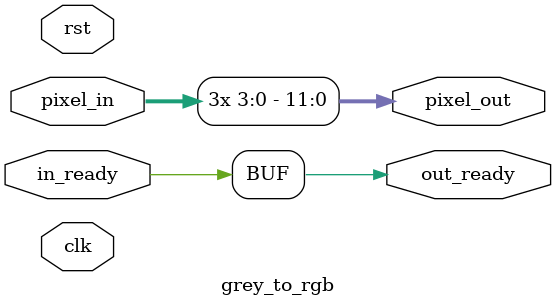
<source format=sv>
module grey_to_rgb (
    input           clk,
    input           rst,
    input  [3:0]    pixel_in, // 4-bit grey pixel
    output logic [11:0] pixel_out, // 12-bit RGB output
    input           in_ready,
    output          out_ready
);

    // Combinational conversion: replicate 4-bit grey to RGB
    always_comb begin
        pixel_out = {pixel_in, pixel_in, pixel_in};
    end

    // Ready signal passes through
    assign out_ready = in_ready;

endmodule


</source>
